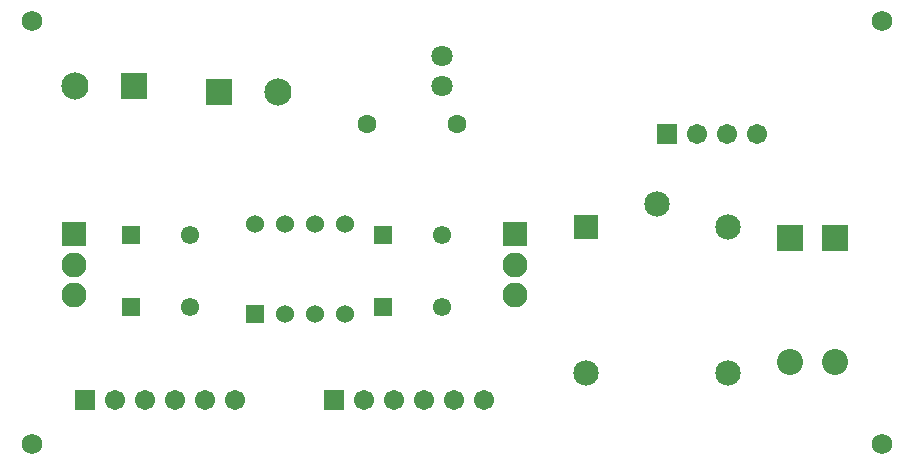
<source format=gbr>
%TF.GenerationSoftware,Altium Limited,Altium Designer,21.0.9 (235)*%
G04 Layer_Color=16711935*
%FSLAX45Y45*%
%MOMM*%
%TF.SameCoordinates,ED2B7B90-DC9C-465B-8049-FED9E851BE10*%
%TF.FilePolarity,Negative*%
%TF.FileFunction,Soldermask,Bot*%
%TF.Part,Single*%
G01*
G75*
%TA.AperFunction,ComponentPad*%
%ADD30R,1.70320X1.70320*%
%ADD31C,1.70320*%
%ADD32C,2.30320*%
%ADD33R,2.30320X2.30320*%
%TA.AperFunction,WasherPad*%
%ADD34C,1.72720*%
%TA.AperFunction,ComponentPad*%
%ADD35C,2.11320*%
%ADD36R,2.11320X2.11320*%
%ADD37C,1.52400*%
%ADD38R,1.52400X1.52400*%
%ADD39C,1.60320*%
%ADD40R,2.15320X2.15320*%
%ADD41C,2.15320*%
%ADD42R,2.20320X2.20320*%
%ADD43C,2.20320*%
%ADD44C,1.80320*%
%ADD45R,1.55320X1.55320*%
%ADD46C,1.55320*%
D30*
X688101Y601980D02*
D03*
X2794000D02*
D03*
X5611099Y2849281D02*
D03*
D31*
X942101Y601980D02*
D03*
X1196101D02*
D03*
X1450101D02*
D03*
X1704101D02*
D03*
X1958101D02*
D03*
X3048000D02*
D03*
X3302000D02*
D03*
X3556000D02*
D03*
X3810000D02*
D03*
X4064000D02*
D03*
X5865099Y2849281D02*
D03*
X6119099D02*
D03*
X6373099D02*
D03*
D32*
X2319106Y3205683D02*
D03*
X599201Y3255681D02*
D03*
D33*
X1819107Y3205683D02*
D03*
X1099205Y3255681D02*
D03*
D34*
X7439660Y3810000D02*
D03*
Y228600D02*
D03*
X238760D02*
D03*
Y3810000D02*
D03*
D35*
X4330700Y1490386D02*
D03*
Y1745381D02*
D03*
X591205Y1490381D02*
D03*
Y1745381D02*
D03*
D36*
X4330700Y2000382D02*
D03*
X591205D02*
D03*
D37*
X2885201Y2087281D02*
D03*
X2631201D02*
D03*
X2885201Y1325281D02*
D03*
X2631201D02*
D03*
X2123201Y2087281D02*
D03*
X2377201D02*
D03*
Y1325281D02*
D03*
D38*
X2123201D02*
D03*
D39*
X3074888Y2935529D02*
D03*
X3836888D02*
D03*
D40*
X4929901Y2059981D02*
D03*
D41*
Y829981D02*
D03*
X6129904D02*
D03*
Y2059981D02*
D03*
X5529900Y2259980D02*
D03*
D42*
X6657101Y1967977D02*
D03*
X7035800D02*
D03*
D43*
X6657101Y921979D02*
D03*
X7035800D02*
D03*
D44*
X3710701Y3512683D02*
D03*
Y3258683D02*
D03*
D45*
X3206704Y1388781D02*
D03*
Y1998381D02*
D03*
X1077803Y1388781D02*
D03*
Y1998381D02*
D03*
D46*
X3706703Y1388781D02*
D03*
Y1998381D02*
D03*
X1577802Y1388781D02*
D03*
Y1998381D02*
D03*
%TF.MD5,6ee6d1a2b90c191c966e57b553f13495*%
M02*

</source>
